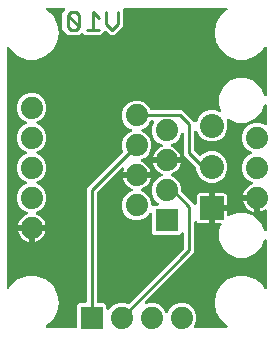
<source format=gbr>
G04 EAGLE Gerber RS-274X export*
G75*
%MOMM*%
%FSLAX34Y34*%
%LPD*%
%INBottom Copper*%
%IPPOS*%
%AMOC8*
5,1,8,0,0,1.08239X$1,22.5*%
G01*
%ADD10C,0.279400*%
%ADD11C,1.879600*%
%ADD12R,1.879600X1.879600*%
%ADD13R,2.032000X2.032000*%
%ADD14C,2.032000*%
%ADD15C,1.016000*%
%ADD16C,0.254000*%

G36*
X62602Y4080D02*
X62602Y4080D01*
X62721Y4087D01*
X62759Y4100D01*
X62800Y4105D01*
X62910Y4148D01*
X63023Y4185D01*
X63058Y4207D01*
X63095Y4222D01*
X63191Y4291D01*
X63292Y4355D01*
X63320Y4385D01*
X63353Y4408D01*
X63429Y4500D01*
X63510Y4587D01*
X63530Y4622D01*
X63555Y4653D01*
X63606Y4761D01*
X63664Y4865D01*
X63674Y4905D01*
X63691Y4941D01*
X63713Y5058D01*
X63743Y5173D01*
X63747Y5233D01*
X63751Y5253D01*
X63749Y5274D01*
X63753Y5334D01*
X63753Y23361D01*
X65539Y25147D01*
X70612Y25147D01*
X70730Y25162D01*
X70849Y25169D01*
X70887Y25182D01*
X70928Y25187D01*
X71038Y25230D01*
X71151Y25267D01*
X71186Y25289D01*
X71223Y25304D01*
X71319Y25373D01*
X71420Y25437D01*
X71448Y25467D01*
X71481Y25490D01*
X71557Y25582D01*
X71638Y25669D01*
X71658Y25704D01*
X71683Y25735D01*
X71734Y25843D01*
X71792Y25947D01*
X71802Y25987D01*
X71819Y26023D01*
X71841Y26140D01*
X71871Y26255D01*
X71875Y26315D01*
X71879Y26335D01*
X71877Y26356D01*
X71881Y26416D01*
X71881Y122439D01*
X102385Y152943D01*
X102403Y152966D01*
X102426Y152985D01*
X102493Y153081D01*
X102555Y153156D01*
X102562Y153171D01*
X102580Y153194D01*
X102592Y153221D01*
X102609Y153245D01*
X102655Y153367D01*
X102660Y153378D01*
X102691Y153443D01*
X102693Y153454D01*
X102706Y153486D01*
X102711Y153515D01*
X102721Y153543D01*
X102736Y153672D01*
X102744Y153723D01*
X102750Y153756D01*
X102750Y153761D01*
X102756Y153800D01*
X102753Y153829D01*
X102757Y153859D01*
X102739Y153987D01*
X102731Y154072D01*
X102731Y154073D01*
X102730Y154073D01*
X102726Y154117D01*
X102716Y154144D01*
X102712Y154174D01*
X102660Y154326D01*
X101853Y156274D01*
X101853Y161226D01*
X103748Y165800D01*
X107250Y169302D01*
X109605Y170277D01*
X109725Y170346D01*
X109848Y170411D01*
X109863Y170425D01*
X109881Y170435D01*
X109981Y170532D01*
X110084Y170625D01*
X110095Y170642D01*
X110109Y170656D01*
X110182Y170775D01*
X110258Y170891D01*
X110265Y170910D01*
X110276Y170927D01*
X110316Y171060D01*
X110362Y171192D01*
X110363Y171212D01*
X110369Y171231D01*
X110376Y171370D01*
X110387Y171509D01*
X110383Y171529D01*
X110384Y171549D01*
X110356Y171685D01*
X110332Y171822D01*
X110324Y171841D01*
X110320Y171860D01*
X110259Y171986D01*
X110202Y172112D01*
X110189Y172128D01*
X110180Y172146D01*
X110090Y172252D01*
X110003Y172360D01*
X109987Y172373D01*
X109974Y172388D01*
X109860Y172468D01*
X109749Y172552D01*
X109724Y172564D01*
X109714Y172571D01*
X109695Y172578D01*
X109605Y172623D01*
X107250Y173598D01*
X103748Y177100D01*
X101853Y181674D01*
X101853Y186626D01*
X103748Y191200D01*
X107250Y194702D01*
X111824Y196597D01*
X116776Y196597D01*
X121350Y194702D01*
X124852Y191200D01*
X125659Y189252D01*
X125673Y189227D01*
X125683Y189199D01*
X125752Y189089D01*
X125816Y188976D01*
X125837Y188955D01*
X125853Y188930D01*
X125947Y188841D01*
X126038Y188748D01*
X126063Y188732D01*
X126084Y188712D01*
X126198Y188649D01*
X126309Y188581D01*
X126337Y188573D01*
X126363Y188558D01*
X126489Y188526D01*
X126613Y188488D01*
X126642Y188486D01*
X126671Y188479D01*
X126831Y188469D01*
X152919Y188469D01*
X155820Y185567D01*
X162885Y178503D01*
X162924Y178473D01*
X162957Y178436D01*
X163049Y178376D01*
X163136Y178308D01*
X163182Y178288D01*
X163223Y178261D01*
X163327Y178225D01*
X163428Y178182D01*
X163477Y178174D01*
X163524Y178158D01*
X163633Y178149D01*
X163742Y178132D01*
X163791Y178137D01*
X163841Y178133D01*
X163949Y178151D01*
X164058Y178162D01*
X164105Y178179D01*
X164154Y178187D01*
X164254Y178232D01*
X164358Y178269D01*
X164399Y178297D01*
X164444Y178318D01*
X164530Y178386D01*
X164621Y178448D01*
X164654Y178485D01*
X164693Y178516D01*
X164759Y178604D01*
X164831Y178686D01*
X164854Y178731D01*
X164884Y178770D01*
X164955Y178915D01*
X166602Y182892D01*
X170318Y186608D01*
X175173Y188619D01*
X180427Y188619D01*
X184313Y187009D01*
X184447Y186973D01*
X184580Y186932D01*
X184600Y186931D01*
X184619Y186925D01*
X184759Y186923D01*
X184897Y186917D01*
X184917Y186921D01*
X184937Y186920D01*
X185073Y186953D01*
X185209Y186981D01*
X185227Y186990D01*
X185247Y186995D01*
X185369Y187060D01*
X185494Y187121D01*
X185510Y187134D01*
X185528Y187143D01*
X185631Y187237D01*
X185736Y187327D01*
X185748Y187344D01*
X185763Y187357D01*
X185839Y187473D01*
X185920Y187587D01*
X185927Y187606D01*
X185938Y187623D01*
X185983Y187754D01*
X186032Y187884D01*
X186034Y187905D01*
X186041Y187924D01*
X186052Y188062D01*
X186067Y188201D01*
X186065Y188221D01*
X186066Y188241D01*
X186042Y188378D01*
X186023Y188515D01*
X186014Y188542D01*
X186012Y188554D01*
X186003Y188573D01*
X185971Y188668D01*
X184151Y193061D01*
X184151Y200639D01*
X187051Y207640D01*
X192410Y212999D01*
X199411Y215899D01*
X206989Y215899D01*
X213990Y212999D01*
X219349Y207640D01*
X222093Y201014D01*
X222128Y200953D01*
X222154Y200889D01*
X222206Y200816D01*
X222251Y200738D01*
X222299Y200688D01*
X222340Y200631D01*
X222410Y200574D01*
X222472Y200509D01*
X222532Y200473D01*
X222585Y200428D01*
X222667Y200390D01*
X222743Y200343D01*
X222810Y200323D01*
X222873Y200293D01*
X222961Y200276D01*
X223047Y200249D01*
X223117Y200246D01*
X223186Y200233D01*
X223275Y200239D01*
X223365Y200234D01*
X223433Y200248D01*
X223503Y200253D01*
X223588Y200280D01*
X223676Y200299D01*
X223739Y200329D01*
X223805Y200351D01*
X223881Y200399D01*
X223962Y200438D01*
X224015Y200484D01*
X224074Y200521D01*
X224136Y200586D01*
X224204Y200645D01*
X224244Y200702D01*
X224292Y200753D01*
X224335Y200831D01*
X224387Y200905D01*
X224412Y200970D01*
X224446Y201031D01*
X224468Y201118D01*
X224500Y201202D01*
X224508Y201272D01*
X224525Y201339D01*
X224535Y201500D01*
X224535Y241003D01*
X224517Y241148D01*
X224502Y241293D01*
X224497Y241306D01*
X224495Y241319D01*
X224442Y241454D01*
X224391Y241591D01*
X224383Y241602D01*
X224378Y241615D01*
X224293Y241732D01*
X224210Y241852D01*
X224199Y241861D01*
X224192Y241872D01*
X224080Y241965D01*
X223969Y242060D01*
X223957Y242066D01*
X223947Y242075D01*
X223815Y242137D01*
X223684Y242202D01*
X223671Y242205D01*
X223659Y242210D01*
X223517Y242238D01*
X223373Y242268D01*
X223360Y242268D01*
X223347Y242270D01*
X223202Y242261D01*
X223056Y242255D01*
X223042Y242251D01*
X223029Y242250D01*
X222891Y242206D01*
X222751Y242163D01*
X222739Y242156D01*
X222727Y242152D01*
X222604Y242075D01*
X222479Y241999D01*
X222469Y241989D01*
X222458Y241982D01*
X222358Y241876D01*
X222256Y241772D01*
X222246Y241757D01*
X222240Y241751D01*
X222232Y241736D01*
X222167Y241638D01*
X220785Y239245D01*
X214678Y234120D01*
X207186Y231393D01*
X199214Y231393D01*
X191722Y234120D01*
X185615Y239244D01*
X181629Y246149D01*
X180245Y254000D01*
X181629Y261851D01*
X185615Y268755D01*
X190785Y273094D01*
X190809Y273120D01*
X190838Y273140D01*
X190917Y273236D01*
X191001Y273327D01*
X191018Y273358D01*
X191041Y273385D01*
X191094Y273498D01*
X191153Y273607D01*
X191161Y273641D01*
X191176Y273673D01*
X191199Y273795D01*
X191230Y273915D01*
X191229Y273951D01*
X191236Y273986D01*
X191228Y274109D01*
X191227Y274233D01*
X191218Y274268D01*
X191216Y274303D01*
X191178Y274421D01*
X191146Y274541D01*
X191129Y274572D01*
X191118Y274605D01*
X191052Y274710D01*
X190991Y274819D01*
X190967Y274844D01*
X190948Y274874D01*
X190858Y274959D01*
X190772Y275049D01*
X190742Y275068D01*
X190716Y275092D01*
X190608Y275152D01*
X190503Y275218D01*
X190469Y275229D01*
X190438Y275246D01*
X190318Y275277D01*
X190200Y275314D01*
X190164Y275316D01*
X190130Y275325D01*
X189969Y275335D01*
X104200Y275335D01*
X104061Y275318D01*
X103923Y275305D01*
X103904Y275298D01*
X103884Y275295D01*
X103754Y275244D01*
X103624Y275197D01*
X103607Y275186D01*
X103589Y275178D01*
X103476Y275097D01*
X103361Y275018D01*
X103347Y275003D01*
X103331Y274992D01*
X103242Y274884D01*
X103150Y274780D01*
X103141Y274762D01*
X103128Y274747D01*
X103069Y274621D01*
X103006Y274496D01*
X103001Y274477D01*
X102993Y274459D01*
X102967Y274323D01*
X102936Y274186D01*
X102937Y274166D01*
X102933Y274147D01*
X102942Y274008D01*
X102946Y273868D01*
X102952Y273849D01*
X102953Y273829D01*
X102963Y273796D01*
X102963Y259825D01*
X95360Y252221D01*
X91677Y252221D01*
X88730Y255168D01*
X88635Y255241D01*
X88546Y255320D01*
X88510Y255338D01*
X88478Y255363D01*
X88369Y255411D01*
X88263Y255465D01*
X88224Y255473D01*
X88187Y255490D01*
X88069Y255508D01*
X87953Y255534D01*
X87912Y255533D01*
X87872Y255539D01*
X87754Y255528D01*
X87635Y255525D01*
X87596Y255513D01*
X87556Y255510D01*
X87444Y255469D01*
X87329Y255436D01*
X87295Y255416D01*
X87257Y255402D01*
X87158Y255335D01*
X87056Y255275D01*
X87010Y255235D01*
X86993Y255223D01*
X86980Y255208D01*
X86935Y255168D01*
X83988Y252221D01*
X70306Y252221D01*
X68608Y253918D01*
X68514Y253991D01*
X68425Y254070D01*
X68389Y254088D01*
X68357Y254113D01*
X68248Y254161D01*
X68142Y254215D01*
X68102Y254224D01*
X68065Y254240D01*
X67948Y254258D01*
X67832Y254284D01*
X67791Y254283D01*
X67751Y254290D01*
X67633Y254278D01*
X67514Y254275D01*
X67475Y254263D01*
X67435Y254260D01*
X67322Y254219D01*
X67208Y254186D01*
X67173Y254166D01*
X67135Y254152D01*
X67037Y254085D01*
X66934Y254025D01*
X66889Y253985D01*
X66872Y253974D01*
X66859Y253958D01*
X66813Y253918D01*
X65116Y252221D01*
X56434Y252221D01*
X51330Y257325D01*
X51330Y271007D01*
X53049Y272726D01*
X53458Y273136D01*
X53490Y273168D01*
X53560Y273258D01*
X53586Y273286D01*
X53594Y273301D01*
X53665Y273385D01*
X53673Y273404D01*
X53685Y273419D01*
X53741Y273547D01*
X53800Y273673D01*
X53804Y273693D01*
X53812Y273711D01*
X53834Y273849D01*
X53860Y273986D01*
X53859Y274005D01*
X53862Y274025D01*
X53849Y274164D01*
X53840Y274303D01*
X53834Y274322D01*
X53832Y274342D01*
X53785Y274473D01*
X53742Y274605D01*
X53732Y274622D01*
X53725Y274641D01*
X53647Y274756D01*
X53572Y274874D01*
X53557Y274888D01*
X53546Y274904D01*
X53442Y274996D01*
X53340Y275092D01*
X53323Y275102D01*
X53308Y275115D01*
X53184Y275178D01*
X53062Y275246D01*
X53043Y275251D01*
X53025Y275260D01*
X52888Y275290D01*
X52754Y275325D01*
X52726Y275327D01*
X52714Y275329D01*
X52694Y275329D01*
X52593Y275335D01*
X38631Y275335D01*
X38595Y275331D01*
X38560Y275333D01*
X38438Y275311D01*
X38315Y275295D01*
X38282Y275282D01*
X38247Y275276D01*
X38135Y275224D01*
X38019Y275178D01*
X37991Y275158D01*
X37959Y275143D01*
X37862Y275064D01*
X37762Y274992D01*
X37739Y274964D01*
X37712Y274942D01*
X37639Y274842D01*
X37559Y274747D01*
X37544Y274715D01*
X37523Y274686D01*
X37477Y274571D01*
X37424Y274459D01*
X37417Y274424D01*
X37404Y274391D01*
X37387Y274268D01*
X37364Y274147D01*
X37366Y274111D01*
X37361Y274076D01*
X37376Y273953D01*
X37384Y273829D01*
X37395Y273795D01*
X37399Y273760D01*
X37444Y273644D01*
X37482Y273527D01*
X37501Y273497D01*
X37513Y273464D01*
X37586Y273363D01*
X37652Y273258D01*
X37678Y273234D01*
X37698Y273205D01*
X37815Y273094D01*
X42985Y268756D01*
X46971Y261851D01*
X48355Y254000D01*
X46971Y246149D01*
X42985Y239245D01*
X36878Y234120D01*
X29386Y231393D01*
X21414Y231393D01*
X13922Y234120D01*
X7815Y239244D01*
X6433Y241638D01*
X6345Y241754D01*
X6260Y241872D01*
X6249Y241881D01*
X6241Y241891D01*
X6127Y241982D01*
X6015Y242075D01*
X6002Y242081D01*
X5992Y242089D01*
X5858Y242149D01*
X5727Y242210D01*
X5714Y242213D01*
X5701Y242218D01*
X5557Y242243D01*
X5414Y242270D01*
X5401Y242269D01*
X5388Y242272D01*
X5242Y242259D01*
X5097Y242250D01*
X5084Y242246D01*
X5071Y242245D01*
X4933Y242197D01*
X4795Y242152D01*
X4783Y242145D01*
X4770Y242141D01*
X4649Y242060D01*
X4526Y241982D01*
X4517Y241972D01*
X4505Y241965D01*
X4408Y241857D01*
X4308Y241751D01*
X4301Y241739D01*
X4292Y241729D01*
X4225Y241599D01*
X4154Y241472D01*
X4151Y241459D01*
X4145Y241447D01*
X4111Y241305D01*
X4075Y241164D01*
X4074Y241146D01*
X4072Y241137D01*
X4072Y241120D01*
X4065Y241003D01*
X4065Y38397D01*
X4083Y38252D01*
X4098Y38107D01*
X4103Y38094D01*
X4105Y38081D01*
X4158Y37946D01*
X4209Y37809D01*
X4217Y37798D01*
X4222Y37785D01*
X4307Y37668D01*
X4390Y37548D01*
X4401Y37539D01*
X4408Y37528D01*
X4521Y37435D01*
X4631Y37340D01*
X4643Y37334D01*
X4653Y37325D01*
X4785Y37263D01*
X4916Y37198D01*
X4929Y37195D01*
X4941Y37190D01*
X5083Y37162D01*
X5227Y37132D01*
X5240Y37132D01*
X5253Y37130D01*
X5398Y37139D01*
X5544Y37145D01*
X5558Y37149D01*
X5571Y37150D01*
X5709Y37194D01*
X5849Y37237D01*
X5861Y37244D01*
X5873Y37248D01*
X5996Y37325D01*
X6121Y37401D01*
X6131Y37411D01*
X6142Y37418D01*
X6242Y37524D01*
X6344Y37628D01*
X6354Y37643D01*
X6360Y37649D01*
X6368Y37664D01*
X6433Y37762D01*
X7815Y40155D01*
X13922Y45280D01*
X21414Y48007D01*
X29386Y48007D01*
X36878Y45280D01*
X42985Y40156D01*
X46971Y33251D01*
X48355Y25400D01*
X46971Y17549D01*
X42985Y10645D01*
X37815Y6306D01*
X37791Y6280D01*
X37762Y6260D01*
X37683Y6164D01*
X37599Y6073D01*
X37582Y6042D01*
X37559Y6015D01*
X37506Y5902D01*
X37447Y5793D01*
X37439Y5759D01*
X37424Y5727D01*
X37401Y5605D01*
X37370Y5485D01*
X37371Y5449D01*
X37364Y5414D01*
X37372Y5291D01*
X37373Y5167D01*
X37382Y5132D01*
X37384Y5097D01*
X37422Y4979D01*
X37454Y4859D01*
X37471Y4828D01*
X37482Y4795D01*
X37548Y4690D01*
X37609Y4581D01*
X37633Y4556D01*
X37652Y4526D01*
X37742Y4441D01*
X37828Y4351D01*
X37858Y4332D01*
X37884Y4308D01*
X37992Y4248D01*
X38097Y4182D01*
X38131Y4171D01*
X38162Y4154D01*
X38282Y4123D01*
X38400Y4086D01*
X38436Y4084D01*
X38470Y4075D01*
X38631Y4065D01*
X62484Y4065D01*
X62602Y4080D01*
G37*
G36*
X190005Y4069D02*
X190005Y4069D01*
X190040Y4067D01*
X190162Y4089D01*
X190285Y4105D01*
X190318Y4118D01*
X190353Y4124D01*
X190465Y4176D01*
X190581Y4222D01*
X190609Y4242D01*
X190641Y4257D01*
X190738Y4336D01*
X190838Y4408D01*
X190861Y4436D01*
X190888Y4458D01*
X190961Y4558D01*
X191041Y4653D01*
X191056Y4685D01*
X191077Y4714D01*
X191123Y4829D01*
X191176Y4941D01*
X191183Y4976D01*
X191196Y5009D01*
X191213Y5132D01*
X191236Y5253D01*
X191234Y5289D01*
X191239Y5324D01*
X191224Y5447D01*
X191216Y5571D01*
X191205Y5605D01*
X191201Y5640D01*
X191156Y5755D01*
X191118Y5873D01*
X191099Y5903D01*
X191087Y5936D01*
X191015Y6037D01*
X190948Y6142D01*
X190922Y6166D01*
X190902Y6195D01*
X190785Y6306D01*
X185615Y10644D01*
X181629Y17549D01*
X180245Y25400D01*
X181629Y33251D01*
X185615Y40155D01*
X191722Y45280D01*
X199214Y48007D01*
X207186Y48007D01*
X214678Y45280D01*
X220785Y40156D01*
X222167Y37762D01*
X222255Y37646D01*
X222340Y37528D01*
X222351Y37519D01*
X222359Y37509D01*
X222473Y37418D01*
X222585Y37325D01*
X222598Y37319D01*
X222608Y37311D01*
X222742Y37251D01*
X222873Y37190D01*
X222886Y37187D01*
X222899Y37182D01*
X223043Y37157D01*
X223186Y37130D01*
X223199Y37131D01*
X223212Y37128D01*
X223358Y37141D01*
X223503Y37150D01*
X223516Y37154D01*
X223529Y37155D01*
X223667Y37203D01*
X223805Y37248D01*
X223817Y37255D01*
X223830Y37259D01*
X223951Y37340D01*
X224074Y37418D01*
X224083Y37428D01*
X224095Y37435D01*
X224192Y37543D01*
X224292Y37649D01*
X224299Y37661D01*
X224308Y37671D01*
X224375Y37801D01*
X224446Y37928D01*
X224449Y37941D01*
X224455Y37953D01*
X224489Y38095D01*
X224525Y38236D01*
X224526Y38254D01*
X224528Y38263D01*
X224528Y38280D01*
X224535Y38397D01*
X224535Y77900D01*
X224527Y77969D01*
X224528Y78039D01*
X224507Y78127D01*
X224495Y78216D01*
X224470Y78281D01*
X224453Y78349D01*
X224411Y78428D01*
X224378Y78511D01*
X224337Y78568D01*
X224305Y78630D01*
X224244Y78696D01*
X224192Y78769D01*
X224138Y78813D01*
X224091Y78865D01*
X224016Y78914D01*
X223947Y78972D01*
X223883Y79001D01*
X223825Y79040D01*
X223740Y79069D01*
X223659Y79107D01*
X223590Y79120D01*
X223524Y79143D01*
X223435Y79150D01*
X223347Y79167D01*
X223277Y79163D01*
X223207Y79168D01*
X223119Y79153D01*
X223029Y79147D01*
X222963Y79126D01*
X222894Y79114D01*
X222812Y79077D01*
X222727Y79049D01*
X222668Y79012D01*
X222604Y78983D01*
X222534Y78927D01*
X222458Y78879D01*
X222410Y78828D01*
X222356Y78785D01*
X222301Y78713D01*
X222240Y78647D01*
X222206Y78586D01*
X222164Y78530D01*
X222093Y78386D01*
X219349Y71760D01*
X213990Y66401D01*
X206989Y63501D01*
X199411Y63501D01*
X192410Y66401D01*
X187051Y71760D01*
X184151Y78761D01*
X184151Y86339D01*
X186063Y90954D01*
X186076Y91002D01*
X186097Y91047D01*
X186118Y91155D01*
X186147Y91261D01*
X186148Y91311D01*
X186157Y91360D01*
X186150Y91469D01*
X186152Y91579D01*
X186140Y91627D01*
X186137Y91677D01*
X186103Y91781D01*
X186078Y91888D01*
X186055Y91932D01*
X186039Y91979D01*
X185980Y92072D01*
X185929Y92169D01*
X185896Y92206D01*
X185869Y92248D01*
X185789Y92323D01*
X185715Y92405D01*
X185674Y92432D01*
X185637Y92466D01*
X185541Y92519D01*
X185449Y92579D01*
X185402Y92596D01*
X185359Y92620D01*
X185253Y92647D01*
X185149Y92683D01*
X185099Y92687D01*
X185051Y92699D01*
X184890Y92709D01*
X180339Y92709D01*
X180339Y102871D01*
X190501Y102871D01*
X190501Y99808D01*
X190507Y99758D01*
X190505Y99709D01*
X190527Y99601D01*
X190541Y99492D01*
X190559Y99446D01*
X190569Y99397D01*
X190617Y99298D01*
X190658Y99196D01*
X190687Y99156D01*
X190709Y99112D01*
X190780Y99028D01*
X190844Y98939D01*
X190883Y98907D01*
X190915Y98870D01*
X191005Y98806D01*
X191089Y98736D01*
X191134Y98715D01*
X191175Y98686D01*
X191278Y98647D01*
X191377Y98601D01*
X191426Y98591D01*
X191472Y98574D01*
X191582Y98562D01*
X191689Y98541D01*
X191739Y98544D01*
X191788Y98538D01*
X191897Y98554D01*
X192007Y98561D01*
X192054Y98576D01*
X192103Y98583D01*
X192256Y98635D01*
X199411Y101599D01*
X206989Y101599D01*
X213990Y98699D01*
X219349Y93340D01*
X222093Y86714D01*
X222128Y86653D01*
X222154Y86589D01*
X222206Y86516D01*
X222251Y86438D01*
X222299Y86388D01*
X222340Y86331D01*
X222410Y86274D01*
X222472Y86209D01*
X222532Y86173D01*
X222585Y86128D01*
X222667Y86090D01*
X222743Y86043D01*
X222810Y86023D01*
X222873Y85993D01*
X222961Y85976D01*
X223047Y85950D01*
X223117Y85946D01*
X223186Y85933D01*
X223275Y85939D01*
X223365Y85934D01*
X223433Y85948D01*
X223503Y85953D01*
X223588Y85980D01*
X223676Y85999D01*
X223739Y86029D01*
X223805Y86051D01*
X223881Y86099D01*
X223962Y86138D01*
X224015Y86184D01*
X224074Y86221D01*
X224136Y86286D01*
X224204Y86345D01*
X224244Y86402D01*
X224292Y86453D01*
X224335Y86531D01*
X224387Y86605D01*
X224412Y86670D01*
X224446Y86731D01*
X224468Y86818D01*
X224500Y86902D01*
X224508Y86972D01*
X224525Y87039D01*
X224535Y87200D01*
X224535Y103326D01*
X224530Y103365D01*
X224533Y103405D01*
X224510Y103523D01*
X224495Y103641D01*
X224481Y103678D01*
X224473Y103717D01*
X224422Y103826D01*
X224378Y103937D01*
X224355Y103969D01*
X224338Y104005D01*
X224262Y104097D01*
X224192Y104194D01*
X224161Y104220D01*
X224136Y104250D01*
X224039Y104321D01*
X223947Y104397D01*
X223911Y104414D01*
X223878Y104438D01*
X223767Y104482D01*
X223659Y104533D01*
X223620Y104540D01*
X223583Y104555D01*
X223464Y104570D01*
X223347Y104592D01*
X223307Y104590D01*
X223267Y104595D01*
X223148Y104580D01*
X223029Y104573D01*
X222991Y104560D01*
X222952Y104555D01*
X222840Y104512D01*
X222727Y104475D01*
X222693Y104453D01*
X222656Y104439D01*
X222520Y104353D01*
X222157Y104089D01*
X220483Y103236D01*
X218696Y102655D01*
X218439Y102615D01*
X218439Y113030D01*
X218424Y113148D01*
X218417Y113267D01*
X218404Y113305D01*
X218399Y113345D01*
X218356Y113456D01*
X218319Y113569D01*
X218297Y113603D01*
X218282Y113641D01*
X218212Y113737D01*
X218149Y113838D01*
X218119Y113866D01*
X218095Y113898D01*
X218004Y113974D01*
X217917Y114056D01*
X217882Y114075D01*
X217851Y114101D01*
X217743Y114152D01*
X217639Y114209D01*
X217599Y114220D01*
X217563Y114237D01*
X217446Y114259D01*
X217331Y114289D01*
X217270Y114293D01*
X217250Y114297D01*
X217230Y114295D01*
X217170Y114299D01*
X215899Y114299D01*
X215899Y115570D01*
X215884Y115688D01*
X215877Y115807D01*
X215864Y115845D01*
X215859Y115885D01*
X215815Y115996D01*
X215779Y116109D01*
X215757Y116144D01*
X215742Y116181D01*
X215672Y116277D01*
X215609Y116378D01*
X215579Y116406D01*
X215555Y116439D01*
X215464Y116514D01*
X215377Y116596D01*
X215342Y116616D01*
X215310Y116641D01*
X215203Y116692D01*
X215098Y116750D01*
X215059Y116760D01*
X215023Y116777D01*
X214906Y116799D01*
X214791Y116829D01*
X214730Y116833D01*
X214710Y116837D01*
X214690Y116835D01*
X214630Y116839D01*
X204215Y116839D01*
X204255Y117096D01*
X204836Y118883D01*
X205689Y120557D01*
X206794Y122078D01*
X208122Y123406D01*
X209643Y124511D01*
X211317Y125364D01*
X211782Y125515D01*
X211809Y125528D01*
X211838Y125535D01*
X211952Y125595D01*
X212070Y125650D01*
X212093Y125669D01*
X212119Y125683D01*
X212215Y125770D01*
X212315Y125853D01*
X212332Y125877D01*
X212354Y125897D01*
X212426Y126006D01*
X212502Y126110D01*
X212513Y126138D01*
X212529Y126163D01*
X212571Y126286D01*
X212619Y126406D01*
X212623Y126436D01*
X212632Y126464D01*
X212643Y126593D01*
X212659Y126721D01*
X212655Y126751D01*
X212658Y126781D01*
X212635Y126909D01*
X212619Y127037D01*
X212608Y127065D01*
X212603Y127094D01*
X212550Y127212D01*
X212502Y127333D01*
X212485Y127357D01*
X212473Y127384D01*
X212392Y127485D01*
X212316Y127590D01*
X212293Y127609D01*
X212274Y127633D01*
X212170Y127711D01*
X212071Y127793D01*
X212044Y127806D01*
X212020Y127824D01*
X211875Y127895D01*
X208850Y129148D01*
X205348Y132650D01*
X203453Y137224D01*
X203453Y142176D01*
X205348Y146750D01*
X208849Y150252D01*
X211205Y151227D01*
X211326Y151296D01*
X211448Y151361D01*
X211463Y151375D01*
X211481Y151385D01*
X211581Y151482D01*
X211684Y151575D01*
X211695Y151592D01*
X211709Y151606D01*
X211782Y151724D01*
X211858Y151841D01*
X211865Y151860D01*
X211876Y151877D01*
X211916Y152010D01*
X211962Y152142D01*
X211963Y152162D01*
X211969Y152181D01*
X211976Y152320D01*
X211987Y152459D01*
X211983Y152479D01*
X211984Y152499D01*
X211956Y152635D01*
X211932Y152772D01*
X211924Y152791D01*
X211920Y152810D01*
X211859Y152935D01*
X211802Y153062D01*
X211789Y153078D01*
X211780Y153096D01*
X211690Y153202D01*
X211603Y153310D01*
X211587Y153323D01*
X211574Y153338D01*
X211460Y153418D01*
X211349Y153502D01*
X211324Y153514D01*
X211314Y153521D01*
X211295Y153528D01*
X211205Y153573D01*
X208850Y154548D01*
X205348Y158050D01*
X203453Y162624D01*
X203453Y167576D01*
X205348Y172150D01*
X208850Y175652D01*
X213424Y177547D01*
X218376Y177547D01*
X222780Y175722D01*
X222828Y175709D01*
X222873Y175688D01*
X222981Y175667D01*
X223087Y175638D01*
X223137Y175638D01*
X223186Y175628D01*
X223295Y175635D01*
X223405Y175633D01*
X223453Y175645D01*
X223503Y175648D01*
X223607Y175682D01*
X223714Y175707D01*
X223758Y175731D01*
X223805Y175746D01*
X223898Y175805D01*
X223995Y175856D01*
X224032Y175890D01*
X224074Y175916D01*
X224149Y175996D01*
X224231Y176070D01*
X224258Y176112D01*
X224292Y176148D01*
X224345Y176244D01*
X224405Y176336D01*
X224422Y176383D01*
X224446Y176426D01*
X224473Y176533D01*
X224509Y176637D01*
X224513Y176686D01*
X224525Y176734D01*
X224535Y176895D01*
X224535Y192200D01*
X224527Y192269D01*
X224528Y192339D01*
X224507Y192427D01*
X224495Y192516D01*
X224470Y192581D01*
X224453Y192649D01*
X224411Y192728D01*
X224378Y192811D01*
X224337Y192868D01*
X224305Y192930D01*
X224244Y192996D01*
X224192Y193069D01*
X224138Y193113D01*
X224091Y193165D01*
X224016Y193214D01*
X223947Y193272D01*
X223883Y193301D01*
X223825Y193340D01*
X223740Y193369D01*
X223659Y193407D01*
X223590Y193420D01*
X223524Y193443D01*
X223435Y193450D01*
X223347Y193467D01*
X223277Y193463D01*
X223207Y193468D01*
X223119Y193453D01*
X223029Y193447D01*
X222963Y193426D01*
X222894Y193414D01*
X222812Y193377D01*
X222727Y193349D01*
X222668Y193312D01*
X222604Y193283D01*
X222534Y193227D01*
X222458Y193179D01*
X222410Y193128D01*
X222356Y193085D01*
X222301Y193013D01*
X222240Y192947D01*
X222206Y192886D01*
X222164Y192831D01*
X222093Y192686D01*
X219349Y186060D01*
X213990Y180701D01*
X206989Y177801D01*
X199411Y177801D01*
X192218Y180781D01*
X192084Y180818D01*
X191951Y180858D01*
X191930Y180859D01*
X191911Y180865D01*
X191771Y180867D01*
X191633Y180874D01*
X191613Y180870D01*
X191593Y180870D01*
X191457Y180837D01*
X191322Y180809D01*
X191303Y180800D01*
X191284Y180796D01*
X191161Y180731D01*
X191036Y180670D01*
X191020Y180656D01*
X191003Y180647D01*
X190900Y180554D01*
X190794Y180463D01*
X190782Y180447D01*
X190767Y180433D01*
X190691Y180317D01*
X190611Y180203D01*
X190604Y180184D01*
X190592Y180167D01*
X190547Y180036D01*
X190498Y179906D01*
X190496Y179886D01*
X190489Y179867D01*
X190478Y179728D01*
X190463Y179590D01*
X190466Y179570D01*
X190464Y179550D01*
X190488Y179412D01*
X190507Y179275D01*
X190516Y179248D01*
X190518Y179236D01*
X190527Y179217D01*
X190559Y179123D01*
X191009Y178037D01*
X191009Y172783D01*
X188998Y167928D01*
X185282Y164212D01*
X180427Y162201D01*
X175173Y162201D01*
X170318Y164212D01*
X166602Y167928D01*
X165511Y170563D01*
X165476Y170624D01*
X165450Y170689D01*
X165398Y170761D01*
X165353Y170839D01*
X165305Y170890D01*
X165264Y170946D01*
X165194Y171003D01*
X165132Y171068D01*
X165072Y171104D01*
X165019Y171149D01*
X164937Y171187D01*
X164861Y171234D01*
X164794Y171255D01*
X164731Y171284D01*
X164643Y171301D01*
X164557Y171328D01*
X164487Y171331D01*
X164418Y171344D01*
X164329Y171339D01*
X164239Y171343D01*
X164171Y171329D01*
X164101Y171324D01*
X164016Y171297D01*
X163928Y171279D01*
X163865Y171248D01*
X163799Y171226D01*
X163723Y171178D01*
X163642Y171139D01*
X163589Y171094D01*
X163530Y171056D01*
X163468Y170991D01*
X163400Y170932D01*
X163360Y170875D01*
X163312Y170825D01*
X163269Y170746D01*
X163217Y170672D01*
X163192Y170607D01*
X163158Y170546D01*
X163136Y170459D01*
X163104Y170375D01*
X163096Y170306D01*
X163079Y170238D01*
X163069Y170077D01*
X163069Y154715D01*
X163081Y154616D01*
X163084Y154517D01*
X163101Y154459D01*
X163109Y154399D01*
X163145Y154307D01*
X163173Y154212D01*
X163203Y154160D01*
X163226Y154103D01*
X163284Y154023D01*
X163334Y153938D01*
X163400Y153863D01*
X163412Y153846D01*
X163422Y153838D01*
X163440Y153817D01*
X167086Y150171D01*
X167181Y150098D01*
X167270Y150020D01*
X167306Y150001D01*
X167338Y149976D01*
X167447Y149929D01*
X167553Y149875D01*
X167592Y149866D01*
X167629Y149850D01*
X167747Y149831D01*
X167863Y149805D01*
X167904Y149807D01*
X167944Y149800D01*
X168062Y149811D01*
X168181Y149815D01*
X168220Y149826D01*
X168260Y149830D01*
X168372Y149870D01*
X168487Y149903D01*
X168521Y149924D01*
X168559Y149938D01*
X168658Y150005D01*
X168760Y150065D01*
X168806Y150105D01*
X168823Y150116D01*
X168836Y150131D01*
X168881Y150171D01*
X170318Y151608D01*
X175173Y153619D01*
X180427Y153619D01*
X185282Y151608D01*
X188998Y147892D01*
X191009Y143037D01*
X191009Y137783D01*
X188998Y132928D01*
X185282Y129212D01*
X180427Y127201D01*
X175173Y127201D01*
X170318Y129212D01*
X166602Y132928D01*
X164591Y137783D01*
X164591Y139925D01*
X164579Y140024D01*
X164576Y140123D01*
X164559Y140181D01*
X164551Y140241D01*
X164515Y140333D01*
X164487Y140428D01*
X164457Y140480D01*
X164434Y140537D01*
X164376Y140617D01*
X164326Y140702D01*
X164260Y140777D01*
X164248Y140794D01*
X164238Y140802D01*
X164220Y140823D01*
X154431Y150611D01*
X154431Y168109D01*
X154423Y168178D01*
X154424Y168248D01*
X154403Y168335D01*
X154391Y168424D01*
X154366Y168489D01*
X154349Y168557D01*
X154307Y168636D01*
X154274Y168720D01*
X154233Y168776D01*
X154201Y168838D01*
X154140Y168904D01*
X154088Y168977D01*
X154034Y169022D01*
X153987Y169073D01*
X153912Y169123D01*
X153843Y169180D01*
X153779Y169210D01*
X153721Y169248D01*
X153636Y169277D01*
X153555Y169316D01*
X153486Y169329D01*
X153420Y169351D01*
X153331Y169358D01*
X153243Y169375D01*
X153173Y169371D01*
X153103Y169377D01*
X153015Y169361D01*
X152925Y169356D01*
X152859Y169334D01*
X152790Y169322D01*
X152708Y169285D01*
X152623Y169258D01*
X152564Y169220D01*
X152500Y169192D01*
X152430Y169135D01*
X152354Y169087D01*
X152306Y169037D01*
X152252Y168993D01*
X152197Y168921D01*
X152136Y168856D01*
X152102Y168795D01*
X152060Y168739D01*
X151989Y168594D01*
X150252Y164400D01*
X146750Y160898D01*
X143725Y159645D01*
X143699Y159630D01*
X143670Y159621D01*
X143561Y159551D01*
X143448Y159487D01*
X143427Y159466D01*
X143402Y159451D01*
X143313Y159356D01*
X143220Y159266D01*
X143204Y159241D01*
X143184Y159219D01*
X143121Y159105D01*
X143054Y158995D01*
X143045Y158966D01*
X143031Y158940D01*
X142998Y158815D01*
X142960Y158691D01*
X142959Y158661D01*
X142951Y158632D01*
X142951Y158503D01*
X142945Y158373D01*
X142951Y158344D01*
X142951Y158314D01*
X142983Y158189D01*
X143009Y158062D01*
X143022Y158035D01*
X143030Y158006D01*
X143092Y157893D01*
X143149Y157776D01*
X143168Y157753D01*
X143183Y157727D01*
X143271Y157633D01*
X143355Y157534D01*
X143380Y157517D01*
X143400Y157495D01*
X143509Y157426D01*
X143615Y157351D01*
X143643Y157340D01*
X143668Y157324D01*
X143818Y157265D01*
X144283Y157114D01*
X145957Y156261D01*
X147478Y155156D01*
X148806Y153828D01*
X149911Y152307D01*
X150764Y150633D01*
X151345Y148846D01*
X151392Y148549D01*
X140930Y148549D01*
X140812Y148534D01*
X140693Y148527D01*
X140655Y148514D01*
X140615Y148509D01*
X140504Y148466D01*
X140391Y148429D01*
X140357Y148407D01*
X140319Y148392D01*
X140223Y148323D01*
X140122Y148259D01*
X140094Y148229D01*
X140062Y148206D01*
X139986Y148114D01*
X139904Y148027D01*
X139885Y147992D01*
X139859Y147961D01*
X139808Y147853D01*
X139751Y147749D01*
X139741Y147709D01*
X139723Y147673D01*
X139703Y147566D01*
X139699Y147596D01*
X139655Y147706D01*
X139619Y147819D01*
X139597Y147854D01*
X139582Y147891D01*
X139512Y147987D01*
X139449Y148088D01*
X139419Y148116D01*
X139395Y148149D01*
X139304Y148225D01*
X139217Y148306D01*
X139182Y148326D01*
X139150Y148351D01*
X139043Y148402D01*
X138938Y148460D01*
X138899Y148470D01*
X138863Y148487D01*
X138746Y148509D01*
X138630Y148539D01*
X138570Y148543D01*
X138550Y148547D01*
X138530Y148545D01*
X138470Y148549D01*
X128008Y148549D01*
X128055Y148846D01*
X128636Y150633D01*
X129489Y152307D01*
X130594Y153828D01*
X131922Y155156D01*
X133443Y156261D01*
X135117Y157114D01*
X135582Y157265D01*
X135609Y157278D01*
X135638Y157285D01*
X135753Y157345D01*
X135870Y157400D01*
X135893Y157419D01*
X135919Y157433D01*
X136015Y157521D01*
X136115Y157603D01*
X136132Y157627D01*
X136154Y157647D01*
X136225Y157756D01*
X136302Y157860D01*
X136313Y157888D01*
X136329Y157913D01*
X136371Y158035D01*
X136419Y158156D01*
X136423Y158186D01*
X136432Y158214D01*
X136443Y158343D01*
X136459Y158472D01*
X136455Y158501D01*
X136458Y158531D01*
X136435Y158659D01*
X136419Y158787D01*
X136408Y158815D01*
X136403Y158844D01*
X136350Y158962D01*
X136302Y159083D01*
X136285Y159107D01*
X136273Y159134D01*
X136192Y159235D01*
X136116Y159340D01*
X136093Y159359D01*
X136074Y159383D01*
X135971Y159460D01*
X135871Y159543D01*
X135844Y159556D01*
X135820Y159574D01*
X135675Y159645D01*
X132650Y160898D01*
X129148Y164400D01*
X127253Y168974D01*
X127253Y173926D01*
X128972Y178076D01*
X128986Y178124D01*
X129007Y178169D01*
X129027Y178277D01*
X129056Y178383D01*
X129057Y178433D01*
X129067Y178482D01*
X129060Y178591D01*
X129061Y178701D01*
X129050Y178749D01*
X129047Y178799D01*
X129013Y178903D01*
X128987Y179010D01*
X128964Y179054D01*
X128949Y179101D01*
X128890Y179194D01*
X128839Y179291D01*
X128805Y179328D01*
X128779Y179370D01*
X128698Y179445D01*
X128625Y179527D01*
X128583Y179554D01*
X128547Y179588D01*
X128451Y179641D01*
X128359Y179701D01*
X128312Y179718D01*
X128268Y179742D01*
X128162Y179769D01*
X128058Y179805D01*
X128009Y179809D01*
X127961Y179821D01*
X127800Y179831D01*
X126831Y179831D01*
X126802Y179828D01*
X126773Y179830D01*
X126645Y179808D01*
X126516Y179791D01*
X126489Y179781D01*
X126459Y179776D01*
X126341Y179722D01*
X126220Y179674D01*
X126196Y179657D01*
X126169Y179645D01*
X126068Y179564D01*
X125963Y179488D01*
X125944Y179465D01*
X125921Y179446D01*
X125843Y179343D01*
X125760Y179243D01*
X125747Y179216D01*
X125730Y179192D01*
X125659Y179048D01*
X124852Y177100D01*
X121350Y173598D01*
X118995Y172623D01*
X118875Y172554D01*
X118752Y172489D01*
X118737Y172475D01*
X118719Y172465D01*
X118619Y172368D01*
X118516Y172275D01*
X118505Y172258D01*
X118491Y172244D01*
X118418Y172126D01*
X118342Y172009D01*
X118335Y171990D01*
X118324Y171973D01*
X118284Y171840D01*
X118238Y171708D01*
X118237Y171688D01*
X118231Y171669D01*
X118224Y171530D01*
X118213Y171391D01*
X118217Y171371D01*
X118216Y171351D01*
X118244Y171215D01*
X118268Y171078D01*
X118276Y171059D01*
X118280Y171040D01*
X118341Y170915D01*
X118398Y170788D01*
X118411Y170772D01*
X118420Y170754D01*
X118510Y170648D01*
X118597Y170540D01*
X118613Y170527D01*
X118626Y170512D01*
X118740Y170432D01*
X118851Y170348D01*
X118876Y170336D01*
X118886Y170329D01*
X118905Y170322D01*
X118995Y170277D01*
X121350Y169302D01*
X124852Y165800D01*
X126747Y161226D01*
X126747Y156274D01*
X124852Y151700D01*
X121350Y148198D01*
X118325Y146945D01*
X118299Y146930D01*
X118270Y146921D01*
X118161Y146851D01*
X118048Y146787D01*
X118027Y146766D01*
X118002Y146750D01*
X117913Y146656D01*
X117820Y146566D01*
X117804Y146540D01*
X117784Y146519D01*
X117721Y146405D01*
X117654Y146295D01*
X117645Y146266D01*
X117631Y146240D01*
X117598Y146115D01*
X117560Y145991D01*
X117559Y145961D01*
X117551Y145932D01*
X117551Y145802D01*
X117545Y145673D01*
X117551Y145644D01*
X117551Y145614D01*
X117583Y145489D01*
X117609Y145362D01*
X117622Y145335D01*
X117630Y145306D01*
X117692Y145193D01*
X117749Y145076D01*
X117768Y145053D01*
X117783Y145027D01*
X117871Y144933D01*
X117955Y144834D01*
X117980Y144817D01*
X118000Y144795D01*
X118109Y144726D01*
X118215Y144651D01*
X118243Y144640D01*
X118269Y144624D01*
X118418Y144565D01*
X118883Y144414D01*
X120557Y143561D01*
X122078Y142456D01*
X123406Y141128D01*
X124511Y139607D01*
X125364Y137933D01*
X125945Y136146D01*
X125992Y135849D01*
X115530Y135849D01*
X115412Y135834D01*
X115293Y135827D01*
X115255Y135814D01*
X115215Y135809D01*
X115104Y135766D01*
X114991Y135729D01*
X114957Y135707D01*
X114919Y135692D01*
X114823Y135623D01*
X114722Y135559D01*
X114694Y135529D01*
X114662Y135506D01*
X114586Y135414D01*
X114504Y135327D01*
X114485Y135292D01*
X114459Y135261D01*
X114408Y135153D01*
X114351Y135049D01*
X114341Y135009D01*
X114323Y134973D01*
X114303Y134866D01*
X114299Y134896D01*
X114255Y135006D01*
X114219Y135119D01*
X114197Y135154D01*
X114182Y135191D01*
X114112Y135287D01*
X114049Y135388D01*
X114019Y135416D01*
X113995Y135449D01*
X113904Y135525D01*
X113817Y135606D01*
X113782Y135626D01*
X113750Y135651D01*
X113643Y135702D01*
X113538Y135760D01*
X113499Y135770D01*
X113463Y135787D01*
X113346Y135809D01*
X113230Y135839D01*
X113170Y135843D01*
X113150Y135847D01*
X113130Y135845D01*
X113070Y135849D01*
X102608Y135849D01*
X102655Y136146D01*
X103236Y137933D01*
X103385Y138225D01*
X103425Y138337D01*
X103473Y138447D01*
X103479Y138487D01*
X103493Y138524D01*
X103504Y138643D01*
X103523Y138761D01*
X103519Y138801D01*
X103523Y138841D01*
X103504Y138958D01*
X103493Y139078D01*
X103479Y139115D01*
X103473Y139155D01*
X103426Y139264D01*
X103385Y139377D01*
X103363Y139410D01*
X103347Y139447D01*
X103274Y139541D01*
X103207Y139640D01*
X103177Y139667D01*
X103152Y139698D01*
X103058Y139772D01*
X102968Y139851D01*
X102932Y139869D01*
X102901Y139893D01*
X102791Y139941D01*
X102685Y139995D01*
X102646Y140004D01*
X102609Y140020D01*
X102491Y140039D01*
X102375Y140065D01*
X102335Y140064D01*
X102295Y140070D01*
X102176Y140059D01*
X102057Y140055D01*
X102018Y140044D01*
X101978Y140040D01*
X101866Y140000D01*
X101751Y139967D01*
X101717Y139946D01*
X101679Y139933D01*
X101580Y139866D01*
X101477Y139805D01*
X101432Y139766D01*
X101416Y139754D01*
X101402Y139739D01*
X101356Y139699D01*
X80890Y119233D01*
X80830Y119155D01*
X80762Y119082D01*
X80733Y119029D01*
X80696Y118982D01*
X80656Y118891D01*
X80608Y118804D01*
X80593Y118745D01*
X80569Y118690D01*
X80554Y118592D01*
X80529Y118496D01*
X80523Y118396D01*
X80519Y118376D01*
X80521Y118363D01*
X80519Y118335D01*
X80519Y26416D01*
X80534Y26298D01*
X80541Y26179D01*
X80554Y26141D01*
X80559Y26100D01*
X80602Y25990D01*
X80639Y25877D01*
X80661Y25842D01*
X80676Y25805D01*
X80745Y25709D01*
X80809Y25608D01*
X80839Y25580D01*
X80862Y25547D01*
X80954Y25471D01*
X81041Y25390D01*
X81076Y25370D01*
X81107Y25345D01*
X81215Y25294D01*
X81319Y25236D01*
X81359Y25226D01*
X81395Y25209D01*
X81512Y25187D01*
X81627Y25157D01*
X81687Y25153D01*
X81707Y25149D01*
X81728Y25151D01*
X81788Y25147D01*
X86861Y25147D01*
X88647Y23361D01*
X88647Y20334D01*
X88655Y20265D01*
X88654Y20195D01*
X88675Y20107D01*
X88687Y20018D01*
X88712Y19953D01*
X88729Y19885D01*
X88771Y19806D01*
X88804Y19723D01*
X88845Y19666D01*
X88877Y19604D01*
X88938Y19538D01*
X88990Y19465D01*
X89044Y19421D01*
X89091Y19369D01*
X89166Y19320D01*
X89235Y19262D01*
X89299Y19233D01*
X89357Y19194D01*
X89442Y19165D01*
X89523Y19127D01*
X89592Y19114D01*
X89658Y19091D01*
X89747Y19084D01*
X89835Y19067D01*
X89905Y19072D01*
X89975Y19066D01*
X90063Y19081D01*
X90153Y19087D01*
X90219Y19108D01*
X90288Y19120D01*
X90370Y19157D01*
X90455Y19185D01*
X90514Y19222D01*
X90578Y19251D01*
X90648Y19307D01*
X90724Y19355D01*
X90772Y19406D01*
X90827Y19450D01*
X90880Y19521D01*
X90942Y19587D01*
X90976Y19648D01*
X91018Y19704D01*
X91034Y19736D01*
X94550Y23252D01*
X99124Y25147D01*
X104076Y25147D01*
X106024Y24340D01*
X106052Y24332D01*
X106079Y24319D01*
X106206Y24290D01*
X106331Y24256D01*
X106360Y24255D01*
X106389Y24249D01*
X106519Y24253D01*
X106649Y24251D01*
X106677Y24258D01*
X106707Y24259D01*
X106832Y24295D01*
X106958Y24325D01*
X106984Y24339D01*
X107012Y24347D01*
X107124Y24413D01*
X107239Y24474D01*
X107261Y24493D01*
X107286Y24508D01*
X107407Y24615D01*
X154060Y71267D01*
X154120Y71345D01*
X154188Y71418D01*
X154217Y71471D01*
X154254Y71518D01*
X154294Y71609D01*
X154342Y71696D01*
X154357Y71755D01*
X154381Y71810D01*
X154396Y71908D01*
X154421Y72004D01*
X154427Y72104D01*
X154431Y72124D01*
X154429Y72137D01*
X154431Y72165D01*
X154431Y83809D01*
X154414Y83947D01*
X154401Y84086D01*
X154394Y84105D01*
X154391Y84125D01*
X154340Y84254D01*
X154293Y84385D01*
X154282Y84402D01*
X154274Y84421D01*
X154193Y84533D01*
X154115Y84648D01*
X154099Y84662D01*
X154088Y84678D01*
X153980Y84767D01*
X153876Y84859D01*
X153858Y84868D01*
X153843Y84881D01*
X153717Y84940D01*
X153593Y85003D01*
X153573Y85008D01*
X153555Y85016D01*
X153419Y85042D01*
X153283Y85073D01*
X153262Y85072D01*
X153243Y85076D01*
X153104Y85068D01*
X152965Y85063D01*
X152945Y85058D01*
X152925Y85056D01*
X152793Y85014D01*
X152659Y84975D01*
X152642Y84965D01*
X152623Y84958D01*
X152505Y84884D01*
X152385Y84813D01*
X152364Y84795D01*
X152354Y84788D01*
X152340Y84773D01*
X152265Y84707D01*
X150361Y82803D01*
X129039Y82803D01*
X127253Y84589D01*
X127253Y100316D01*
X127245Y100385D01*
X127246Y100455D01*
X127225Y100543D01*
X127213Y100632D01*
X127188Y100697D01*
X127171Y100765D01*
X127129Y100844D01*
X127096Y100927D01*
X127055Y100984D01*
X127023Y101046D01*
X126962Y101112D01*
X126910Y101185D01*
X126856Y101229D01*
X126809Y101281D01*
X126734Y101330D01*
X126665Y101388D01*
X126601Y101417D01*
X126543Y101456D01*
X126458Y101485D01*
X126377Y101523D01*
X126308Y101536D01*
X126242Y101559D01*
X126153Y101566D01*
X126065Y101583D01*
X125995Y101578D01*
X125925Y101584D01*
X125837Y101569D01*
X125747Y101563D01*
X125681Y101542D01*
X125612Y101530D01*
X125530Y101493D01*
X125445Y101465D01*
X125386Y101428D01*
X125322Y101399D01*
X125252Y101343D01*
X125176Y101295D01*
X125128Y101244D01*
X125073Y101200D01*
X125020Y101129D01*
X124958Y101063D01*
X124924Y101002D01*
X124882Y100946D01*
X124866Y100914D01*
X121350Y97398D01*
X116776Y95503D01*
X111824Y95503D01*
X107250Y97398D01*
X103748Y100900D01*
X101853Y105474D01*
X101853Y110426D01*
X103748Y115000D01*
X107250Y118502D01*
X110275Y119755D01*
X110301Y119770D01*
X110330Y119779D01*
X110439Y119849D01*
X110552Y119913D01*
X110573Y119934D01*
X110598Y119950D01*
X110687Y120044D01*
X110780Y120134D01*
X110796Y120160D01*
X110816Y120181D01*
X110879Y120295D01*
X110946Y120405D01*
X110955Y120434D01*
X110969Y120460D01*
X111002Y120585D01*
X111040Y120709D01*
X111041Y120739D01*
X111049Y120768D01*
X111049Y120898D01*
X111055Y121027D01*
X111049Y121056D01*
X111049Y121086D01*
X111017Y121211D01*
X110991Y121338D01*
X110978Y121365D01*
X110970Y121394D01*
X110908Y121507D01*
X110851Y121624D01*
X110832Y121647D01*
X110817Y121673D01*
X110729Y121767D01*
X110645Y121866D01*
X110620Y121883D01*
X110600Y121905D01*
X110491Y121974D01*
X110385Y122049D01*
X110357Y122060D01*
X110331Y122076D01*
X110182Y122135D01*
X109717Y122286D01*
X108043Y123139D01*
X106522Y124244D01*
X105194Y125572D01*
X104089Y127093D01*
X103236Y128767D01*
X102655Y130554D01*
X102608Y130851D01*
X113070Y130851D01*
X113188Y130866D01*
X113307Y130873D01*
X113345Y130885D01*
X113385Y130891D01*
X113496Y130934D01*
X113609Y130971D01*
X113643Y130993D01*
X113681Y131008D01*
X113777Y131077D01*
X113878Y131141D01*
X113906Y131171D01*
X113938Y131194D01*
X114014Y131286D01*
X114096Y131373D01*
X114115Y131408D01*
X114141Y131439D01*
X114192Y131547D01*
X114249Y131651D01*
X114259Y131691D01*
X114277Y131727D01*
X114297Y131834D01*
X114301Y131804D01*
X114345Y131694D01*
X114381Y131581D01*
X114403Y131546D01*
X114418Y131509D01*
X114488Y131412D01*
X114551Y131312D01*
X114581Y131284D01*
X114605Y131251D01*
X114696Y131175D01*
X114783Y131094D01*
X114818Y131074D01*
X114850Y131049D01*
X114957Y130998D01*
X115062Y130940D01*
X115101Y130930D01*
X115137Y130913D01*
X115254Y130891D01*
X115370Y130861D01*
X115430Y130857D01*
X115450Y130853D01*
X115470Y130855D01*
X115530Y130851D01*
X125992Y130851D01*
X125945Y130554D01*
X125364Y128767D01*
X124511Y127093D01*
X123406Y125572D01*
X122078Y124244D01*
X120557Y123139D01*
X118883Y122286D01*
X118418Y122135D01*
X118391Y122122D01*
X118362Y122115D01*
X118248Y122055D01*
X118130Y122000D01*
X118107Y121981D01*
X118081Y121967D01*
X117985Y121880D01*
X117885Y121797D01*
X117868Y121773D01*
X117846Y121753D01*
X117774Y121644D01*
X117698Y121540D01*
X117687Y121512D01*
X117671Y121487D01*
X117629Y121364D01*
X117581Y121244D01*
X117577Y121214D01*
X117568Y121186D01*
X117557Y121057D01*
X117541Y120929D01*
X117545Y120899D01*
X117542Y120869D01*
X117565Y120741D01*
X117581Y120613D01*
X117592Y120585D01*
X117597Y120556D01*
X117650Y120438D01*
X117698Y120317D01*
X117715Y120293D01*
X117727Y120266D01*
X117808Y120165D01*
X117884Y120060D01*
X117907Y120041D01*
X117926Y120017D01*
X118030Y119939D01*
X118129Y119857D01*
X118156Y119844D01*
X118180Y119826D01*
X118325Y119755D01*
X121350Y118502D01*
X124852Y115000D01*
X126747Y110426D01*
X126747Y108469D01*
X126764Y108331D01*
X126777Y108192D01*
X126784Y108173D01*
X126787Y108153D01*
X126838Y108024D01*
X126885Y107893D01*
X126896Y107876D01*
X126904Y107857D01*
X126985Y107745D01*
X127063Y107630D01*
X127079Y107616D01*
X127090Y107600D01*
X127198Y107511D01*
X127302Y107419D01*
X127320Y107410D01*
X127335Y107397D01*
X127461Y107338D01*
X127585Y107275D01*
X127605Y107270D01*
X127623Y107262D01*
X127759Y107236D01*
X127895Y107205D01*
X127916Y107206D01*
X127935Y107202D01*
X128074Y107210D01*
X128213Y107215D01*
X128233Y107220D01*
X128253Y107222D01*
X128385Y107264D01*
X128519Y107303D01*
X128536Y107313D01*
X128555Y107320D01*
X128673Y107394D01*
X128793Y107465D01*
X128814Y107483D01*
X128824Y107490D01*
X128838Y107505D01*
X128914Y107571D01*
X129039Y107697D01*
X132066Y107697D01*
X132135Y107705D01*
X132205Y107704D01*
X132292Y107725D01*
X132382Y107737D01*
X132447Y107762D01*
X132514Y107779D01*
X132594Y107821D01*
X132677Y107854D01*
X132734Y107895D01*
X132796Y107927D01*
X132862Y107988D01*
X132935Y108040D01*
X132979Y108094D01*
X133031Y108141D01*
X133080Y108216D01*
X133137Y108285D01*
X133167Y108349D01*
X133206Y108407D01*
X133235Y108492D01*
X133273Y108573D01*
X133286Y108642D01*
X133309Y108708D01*
X133316Y108797D01*
X133333Y108885D01*
X133328Y108955D01*
X133334Y109025D01*
X133319Y109113D01*
X133313Y109203D01*
X133292Y109269D01*
X133280Y109338D01*
X133243Y109420D01*
X133215Y109505D01*
X133178Y109564D01*
X133149Y109628D01*
X133093Y109698D01*
X133045Y109774D01*
X132994Y109822D01*
X132950Y109876D01*
X132879Y109931D01*
X132813Y109992D01*
X132752Y110026D01*
X132696Y110068D01*
X132664Y110084D01*
X129148Y113600D01*
X127253Y118174D01*
X127253Y123126D01*
X129148Y127700D01*
X132650Y131202D01*
X135675Y132455D01*
X135701Y132470D01*
X135730Y132479D01*
X135839Y132548D01*
X135952Y132613D01*
X135973Y132634D01*
X135998Y132650D01*
X136087Y132744D01*
X136180Y132834D01*
X136196Y132860D01*
X136216Y132881D01*
X136279Y132995D01*
X136346Y133105D01*
X136355Y133134D01*
X136369Y133160D01*
X136402Y133286D01*
X136440Y133409D01*
X136441Y133439D01*
X136449Y133468D01*
X136449Y133598D01*
X136455Y133727D01*
X136449Y133756D01*
X136449Y133786D01*
X136417Y133912D01*
X136391Y134038D01*
X136378Y134065D01*
X136370Y134094D01*
X136308Y134208D01*
X136251Y134324D01*
X136232Y134347D01*
X136217Y134373D01*
X136129Y134468D01*
X136045Y134566D01*
X136020Y134583D01*
X136000Y134605D01*
X135891Y134674D01*
X135785Y134749D01*
X135757Y134760D01*
X135731Y134776D01*
X135582Y134835D01*
X135117Y134986D01*
X133443Y135839D01*
X131922Y136944D01*
X130594Y138272D01*
X129489Y139793D01*
X128636Y141467D01*
X128055Y143254D01*
X128008Y143551D01*
X138470Y143551D01*
X138588Y143566D01*
X138707Y143573D01*
X138745Y143585D01*
X138785Y143591D01*
X138896Y143634D01*
X139009Y143671D01*
X139043Y143693D01*
X139081Y143708D01*
X139177Y143777D01*
X139278Y143841D01*
X139306Y143871D01*
X139338Y143894D01*
X139414Y143986D01*
X139496Y144073D01*
X139515Y144108D01*
X139541Y144139D01*
X139592Y144247D01*
X139649Y144351D01*
X139659Y144391D01*
X139677Y144427D01*
X139697Y144534D01*
X139701Y144504D01*
X139745Y144394D01*
X139781Y144281D01*
X139803Y144246D01*
X139818Y144209D01*
X139888Y144112D01*
X139951Y144012D01*
X139981Y143984D01*
X140005Y143951D01*
X140096Y143875D01*
X140183Y143794D01*
X140218Y143774D01*
X140250Y143749D01*
X140357Y143698D01*
X140462Y143640D01*
X140501Y143630D01*
X140537Y143613D01*
X140654Y143591D01*
X140770Y143561D01*
X140830Y143557D01*
X140850Y143553D01*
X140870Y143555D01*
X140930Y143551D01*
X151392Y143551D01*
X151345Y143254D01*
X150764Y141467D01*
X149911Y139793D01*
X148806Y138272D01*
X147478Y136944D01*
X145957Y135839D01*
X144283Y134986D01*
X143818Y134835D01*
X143791Y134822D01*
X143762Y134815D01*
X143647Y134755D01*
X143530Y134700D01*
X143507Y134681D01*
X143481Y134667D01*
X143385Y134579D01*
X143285Y134497D01*
X143268Y134473D01*
X143246Y134453D01*
X143174Y134344D01*
X143098Y134240D01*
X143087Y134212D01*
X143071Y134187D01*
X143029Y134064D01*
X142981Y133944D01*
X142977Y133914D01*
X142968Y133886D01*
X142957Y133757D01*
X142941Y133629D01*
X142945Y133599D01*
X142942Y133569D01*
X142965Y133441D01*
X142981Y133313D01*
X142992Y133285D01*
X142997Y133256D01*
X143050Y133138D01*
X143098Y133017D01*
X143115Y132993D01*
X143127Y132966D01*
X143208Y132865D01*
X143284Y132760D01*
X143307Y132741D01*
X143326Y132717D01*
X143429Y132640D01*
X143529Y132557D01*
X143556Y132544D01*
X143580Y132526D01*
X143725Y132455D01*
X146750Y131202D01*
X150252Y127700D01*
X152147Y123126D01*
X152147Y119917D01*
X152159Y119818D01*
X152162Y119719D01*
X152179Y119661D01*
X152187Y119601D01*
X152223Y119509D01*
X152251Y119414D01*
X152281Y119362D01*
X152304Y119305D01*
X152362Y119225D01*
X152412Y119140D01*
X152478Y119065D01*
X152490Y119048D01*
X152500Y119040D01*
X152518Y119019D01*
X162933Y108605D01*
X163042Y108520D01*
X163149Y108431D01*
X163168Y108423D01*
X163184Y108410D01*
X163312Y108355D01*
X163437Y108296D01*
X163457Y108292D01*
X163476Y108284D01*
X163614Y108262D01*
X163750Y108236D01*
X163770Y108237D01*
X163790Y108234D01*
X163929Y108247D01*
X164067Y108256D01*
X164086Y108262D01*
X164106Y108264D01*
X164238Y108311D01*
X164369Y108354D01*
X164387Y108365D01*
X164406Y108371D01*
X164521Y108449D01*
X164638Y108524D01*
X164652Y108539D01*
X164669Y108550D01*
X164760Y108654D01*
X164856Y108755D01*
X164866Y108773D01*
X164879Y108788D01*
X164943Y108912D01*
X165010Y109034D01*
X165015Y109054D01*
X165024Y109072D01*
X165054Y109207D01*
X165089Y109342D01*
X165091Y109370D01*
X165094Y109382D01*
X165093Y109402D01*
X165099Y109503D01*
X165099Y115904D01*
X165272Y116551D01*
X165607Y117130D01*
X166080Y117603D01*
X166659Y117938D01*
X167306Y118111D01*
X175261Y118111D01*
X175261Y106680D01*
X175276Y106562D01*
X175283Y106443D01*
X175296Y106405D01*
X175301Y106365D01*
X175344Y106254D01*
X175381Y106141D01*
X175403Y106107D01*
X175418Y106069D01*
X175488Y105973D01*
X175551Y105872D01*
X175581Y105844D01*
X175604Y105812D01*
X175696Y105736D01*
X175783Y105654D01*
X175818Y105635D01*
X175849Y105609D01*
X175957Y105558D01*
X176061Y105501D01*
X176101Y105490D01*
X176137Y105473D01*
X176254Y105451D01*
X176369Y105421D01*
X176430Y105417D01*
X176450Y105413D01*
X176470Y105415D01*
X176530Y105411D01*
X177801Y105411D01*
X177801Y105409D01*
X176530Y105409D01*
X176412Y105394D01*
X176293Y105387D01*
X176255Y105374D01*
X176214Y105369D01*
X176104Y105325D01*
X175991Y105289D01*
X175956Y105267D01*
X175919Y105252D01*
X175823Y105182D01*
X175722Y105119D01*
X175694Y105089D01*
X175661Y105065D01*
X175586Y104974D01*
X175504Y104887D01*
X175484Y104852D01*
X175459Y104820D01*
X175408Y104713D01*
X175350Y104608D01*
X175340Y104569D01*
X175323Y104533D01*
X175301Y104416D01*
X175271Y104301D01*
X175267Y104240D01*
X175263Y104220D01*
X175265Y104200D01*
X175261Y104140D01*
X175261Y92709D01*
X167306Y92709D01*
X166659Y92882D01*
X166080Y93217D01*
X165607Y93690D01*
X165437Y93984D01*
X165349Y94100D01*
X165264Y94218D01*
X165253Y94227D01*
X165245Y94237D01*
X165131Y94328D01*
X165019Y94421D01*
X165006Y94426D01*
X164996Y94435D01*
X164862Y94494D01*
X164731Y94556D01*
X164718Y94559D01*
X164705Y94564D01*
X164561Y94589D01*
X164418Y94616D01*
X164405Y94615D01*
X164392Y94617D01*
X164246Y94605D01*
X164101Y94596D01*
X164088Y94592D01*
X164075Y94591D01*
X163937Y94543D01*
X163799Y94498D01*
X163787Y94491D01*
X163774Y94487D01*
X163653Y94406D01*
X163530Y94328D01*
X163521Y94318D01*
X163509Y94311D01*
X163412Y94203D01*
X163312Y94096D01*
X163305Y94085D01*
X163296Y94075D01*
X163229Y93946D01*
X163158Y93818D01*
X163155Y93805D01*
X163149Y93793D01*
X163115Y93651D01*
X163079Y93510D01*
X163078Y93492D01*
X163076Y93483D01*
X163076Y93466D01*
X163069Y93349D01*
X163069Y68061D01*
X121576Y26569D01*
X121534Y26514D01*
X121483Y26465D01*
X121437Y26389D01*
X121381Y26318D01*
X121354Y26253D01*
X121317Y26194D01*
X121291Y26108D01*
X121255Y26026D01*
X121244Y25957D01*
X121224Y25890D01*
X121219Y25801D01*
X121205Y25712D01*
X121212Y25642D01*
X121209Y25572D01*
X121227Y25485D01*
X121235Y25395D01*
X121259Y25329D01*
X121273Y25261D01*
X121312Y25180D01*
X121343Y25096D01*
X121382Y25038D01*
X121413Y24975D01*
X121471Y24907D01*
X121521Y24833D01*
X121574Y24786D01*
X121619Y24733D01*
X121692Y24682D01*
X121760Y24622D01*
X121822Y24590D01*
X121879Y24550D01*
X121963Y24518D01*
X122043Y24477D01*
X122111Y24462D01*
X122176Y24437D01*
X122266Y24427D01*
X122353Y24408D01*
X122423Y24410D01*
X122492Y24402D01*
X122581Y24415D01*
X122671Y24417D01*
X122738Y24437D01*
X122807Y24447D01*
X122960Y24499D01*
X124524Y25147D01*
X129476Y25147D01*
X134050Y23252D01*
X137552Y19750D01*
X138527Y17395D01*
X138596Y17275D01*
X138661Y17152D01*
X138675Y17137D01*
X138685Y17119D01*
X138782Y17019D01*
X138875Y16916D01*
X138892Y16905D01*
X138906Y16891D01*
X139024Y16818D01*
X139141Y16742D01*
X139160Y16735D01*
X139177Y16724D01*
X139310Y16684D01*
X139442Y16638D01*
X139462Y16637D01*
X139481Y16631D01*
X139620Y16624D01*
X139759Y16613D01*
X139779Y16617D01*
X139799Y16616D01*
X139935Y16644D01*
X140072Y16668D01*
X140091Y16676D01*
X140110Y16680D01*
X140235Y16741D01*
X140362Y16798D01*
X140378Y16811D01*
X140396Y16820D01*
X140502Y16910D01*
X140610Y16997D01*
X140623Y17013D01*
X140638Y17026D01*
X140718Y17140D01*
X140802Y17251D01*
X140814Y17276D01*
X140821Y17286D01*
X140828Y17305D01*
X140873Y17395D01*
X141848Y19750D01*
X145350Y23252D01*
X149924Y25147D01*
X154876Y25147D01*
X159450Y23252D01*
X162952Y19750D01*
X164847Y15176D01*
X164847Y10224D01*
X163022Y5820D01*
X163009Y5772D01*
X162988Y5727D01*
X162967Y5619D01*
X162938Y5513D01*
X162938Y5463D01*
X162928Y5414D01*
X162935Y5305D01*
X162933Y5195D01*
X162945Y5147D01*
X162948Y5097D01*
X162982Y4993D01*
X163007Y4886D01*
X163031Y4842D01*
X163046Y4795D01*
X163105Y4702D01*
X163156Y4605D01*
X163190Y4568D01*
X163216Y4526D01*
X163296Y4451D01*
X163370Y4369D01*
X163412Y4342D01*
X163448Y4308D01*
X163544Y4255D01*
X163636Y4195D01*
X163683Y4178D01*
X163726Y4154D01*
X163833Y4127D01*
X163937Y4091D01*
X163986Y4087D01*
X164034Y4075D01*
X164195Y4065D01*
X189969Y4065D01*
X190005Y4069D01*
G37*
%LPC*%
G36*
X25399Y88899D02*
X25399Y88899D01*
X25399Y90170D01*
X25384Y90288D01*
X25377Y90407D01*
X25364Y90445D01*
X25359Y90485D01*
X25315Y90596D01*
X25279Y90709D01*
X25257Y90744D01*
X25242Y90781D01*
X25172Y90877D01*
X25109Y90978D01*
X25079Y91006D01*
X25055Y91039D01*
X24964Y91114D01*
X24877Y91196D01*
X24842Y91216D01*
X24810Y91241D01*
X24703Y91292D01*
X24598Y91350D01*
X24559Y91360D01*
X24523Y91377D01*
X24406Y91399D01*
X24291Y91429D01*
X24230Y91433D01*
X24210Y91437D01*
X24190Y91435D01*
X24130Y91439D01*
X13715Y91439D01*
X13755Y91696D01*
X14336Y93483D01*
X15189Y95157D01*
X16294Y96678D01*
X17622Y98006D01*
X19143Y99111D01*
X20817Y99964D01*
X21282Y100115D01*
X21309Y100128D01*
X21338Y100135D01*
X21452Y100195D01*
X21570Y100250D01*
X21593Y100269D01*
X21619Y100283D01*
X21715Y100370D01*
X21815Y100453D01*
X21832Y100477D01*
X21854Y100497D01*
X21926Y100606D01*
X22002Y100710D01*
X22013Y100738D01*
X22029Y100763D01*
X22071Y100886D01*
X22119Y101006D01*
X22123Y101036D01*
X22132Y101064D01*
X22143Y101193D01*
X22159Y101321D01*
X22155Y101351D01*
X22158Y101381D01*
X22135Y101509D01*
X22119Y101637D01*
X22108Y101665D01*
X22103Y101694D01*
X22050Y101812D01*
X22002Y101933D01*
X21985Y101957D01*
X21973Y101984D01*
X21892Y102085D01*
X21816Y102190D01*
X21793Y102209D01*
X21774Y102233D01*
X21670Y102311D01*
X21571Y102393D01*
X21544Y102406D01*
X21520Y102424D01*
X21375Y102495D01*
X18350Y103748D01*
X14848Y107250D01*
X12953Y111824D01*
X12953Y116776D01*
X14848Y121350D01*
X18350Y124852D01*
X20705Y125827D01*
X20825Y125896D01*
X20948Y125961D01*
X20963Y125975D01*
X20981Y125985D01*
X21081Y126082D01*
X21184Y126175D01*
X21195Y126192D01*
X21209Y126206D01*
X21282Y126325D01*
X21358Y126441D01*
X21365Y126460D01*
X21376Y126477D01*
X21417Y126610D01*
X21462Y126742D01*
X21463Y126762D01*
X21469Y126781D01*
X21476Y126920D01*
X21487Y127059D01*
X21483Y127079D01*
X21484Y127099D01*
X21456Y127235D01*
X21432Y127372D01*
X21424Y127391D01*
X21420Y127410D01*
X21359Y127536D01*
X21302Y127662D01*
X21289Y127678D01*
X21280Y127696D01*
X21190Y127802D01*
X21103Y127910D01*
X21087Y127923D01*
X21074Y127938D01*
X20960Y128018D01*
X20849Y128102D01*
X20824Y128114D01*
X20814Y128121D01*
X20795Y128128D01*
X20705Y128173D01*
X18349Y129148D01*
X14848Y132650D01*
X12953Y137224D01*
X12953Y142176D01*
X14848Y146750D01*
X18350Y150252D01*
X20705Y151227D01*
X20825Y151296D01*
X20948Y151361D01*
X20963Y151375D01*
X20981Y151385D01*
X21081Y151482D01*
X21184Y151575D01*
X21195Y151592D01*
X21209Y151606D01*
X21282Y151725D01*
X21358Y151841D01*
X21365Y151860D01*
X21376Y151877D01*
X21417Y152010D01*
X21462Y152142D01*
X21463Y152162D01*
X21469Y152181D01*
X21476Y152320D01*
X21487Y152459D01*
X21483Y152479D01*
X21484Y152499D01*
X21456Y152635D01*
X21432Y152772D01*
X21424Y152791D01*
X21420Y152810D01*
X21359Y152936D01*
X21302Y153062D01*
X21289Y153078D01*
X21280Y153096D01*
X21190Y153202D01*
X21103Y153310D01*
X21087Y153323D01*
X21074Y153338D01*
X20960Y153418D01*
X20849Y153502D01*
X20824Y153514D01*
X20814Y153521D01*
X20795Y153528D01*
X20705Y153573D01*
X18349Y154548D01*
X14848Y158050D01*
X12953Y162624D01*
X12953Y167576D01*
X14848Y172150D01*
X18350Y175652D01*
X20705Y176627D01*
X20825Y176696D01*
X20948Y176761D01*
X20963Y176775D01*
X20981Y176785D01*
X21081Y176882D01*
X21184Y176975D01*
X21195Y176992D01*
X21209Y177006D01*
X21282Y177125D01*
X21358Y177241D01*
X21365Y177260D01*
X21376Y177277D01*
X21417Y177410D01*
X21462Y177542D01*
X21463Y177562D01*
X21469Y177581D01*
X21476Y177720D01*
X21487Y177859D01*
X21483Y177879D01*
X21484Y177899D01*
X21456Y178035D01*
X21432Y178172D01*
X21424Y178191D01*
X21420Y178210D01*
X21359Y178336D01*
X21302Y178462D01*
X21289Y178478D01*
X21280Y178496D01*
X21190Y178602D01*
X21103Y178710D01*
X21087Y178723D01*
X21074Y178738D01*
X20960Y178818D01*
X20849Y178902D01*
X20824Y178914D01*
X20814Y178921D01*
X20795Y178928D01*
X20705Y178973D01*
X18349Y179948D01*
X14848Y183450D01*
X12953Y188024D01*
X12953Y192976D01*
X14848Y197550D01*
X18350Y201052D01*
X22924Y202947D01*
X27876Y202947D01*
X32450Y201052D01*
X35952Y197550D01*
X37847Y192976D01*
X37847Y188024D01*
X35952Y183450D01*
X32451Y179948D01*
X30095Y178973D01*
X29974Y178904D01*
X29852Y178839D01*
X29837Y178825D01*
X29819Y178815D01*
X29719Y178718D01*
X29616Y178625D01*
X29605Y178608D01*
X29591Y178594D01*
X29518Y178476D01*
X29442Y178359D01*
X29435Y178340D01*
X29424Y178323D01*
X29384Y178190D01*
X29338Y178058D01*
X29337Y178038D01*
X29331Y178019D01*
X29324Y177880D01*
X29313Y177741D01*
X29317Y177721D01*
X29316Y177701D01*
X29344Y177565D01*
X29368Y177428D01*
X29376Y177409D01*
X29380Y177390D01*
X29441Y177265D01*
X29498Y177138D01*
X29511Y177122D01*
X29520Y177104D01*
X29610Y176998D01*
X29697Y176890D01*
X29713Y176877D01*
X29726Y176862D01*
X29840Y176782D01*
X29951Y176698D01*
X29976Y176686D01*
X29986Y176679D01*
X30005Y176672D01*
X30095Y176627D01*
X32450Y175652D01*
X35952Y172150D01*
X37847Y167576D01*
X37847Y162624D01*
X35952Y158050D01*
X32451Y154548D01*
X30095Y153573D01*
X29974Y153504D01*
X29852Y153439D01*
X29837Y153425D01*
X29819Y153415D01*
X29719Y153318D01*
X29616Y153225D01*
X29605Y153208D01*
X29591Y153194D01*
X29518Y153076D01*
X29442Y152959D01*
X29435Y152940D01*
X29424Y152923D01*
X29384Y152790D01*
X29338Y152658D01*
X29337Y152638D01*
X29331Y152619D01*
X29324Y152480D01*
X29313Y152341D01*
X29317Y152321D01*
X29316Y152301D01*
X29344Y152165D01*
X29368Y152028D01*
X29376Y152009D01*
X29380Y151990D01*
X29441Y151865D01*
X29498Y151738D01*
X29511Y151722D01*
X29520Y151704D01*
X29610Y151598D01*
X29697Y151490D01*
X29713Y151477D01*
X29726Y151462D01*
X29840Y151382D01*
X29951Y151298D01*
X29976Y151286D01*
X29986Y151279D01*
X30005Y151272D01*
X30095Y151227D01*
X32450Y150252D01*
X35952Y146750D01*
X37847Y142176D01*
X37847Y137224D01*
X35952Y132650D01*
X32451Y129148D01*
X30095Y128173D01*
X29974Y128104D01*
X29852Y128039D01*
X29837Y128025D01*
X29819Y128015D01*
X29719Y127918D01*
X29616Y127825D01*
X29605Y127808D01*
X29591Y127794D01*
X29518Y127676D01*
X29442Y127559D01*
X29435Y127540D01*
X29424Y127523D01*
X29384Y127390D01*
X29338Y127258D01*
X29337Y127238D01*
X29331Y127219D01*
X29324Y127080D01*
X29313Y126941D01*
X29317Y126921D01*
X29316Y126901D01*
X29344Y126765D01*
X29368Y126628D01*
X29376Y126609D01*
X29380Y126590D01*
X29441Y126465D01*
X29498Y126338D01*
X29511Y126322D01*
X29520Y126304D01*
X29610Y126198D01*
X29697Y126090D01*
X29713Y126077D01*
X29726Y126062D01*
X29840Y125982D01*
X29951Y125898D01*
X29976Y125886D01*
X29986Y125879D01*
X30005Y125872D01*
X30095Y125827D01*
X32450Y124852D01*
X35952Y121350D01*
X37847Y116776D01*
X37847Y111824D01*
X35952Y107250D01*
X32450Y103748D01*
X29425Y102495D01*
X29399Y102480D01*
X29370Y102471D01*
X29261Y102401D01*
X29148Y102337D01*
X29127Y102316D01*
X29102Y102300D01*
X29013Y102206D01*
X28920Y102116D01*
X28904Y102090D01*
X28884Y102069D01*
X28821Y101955D01*
X28754Y101845D01*
X28745Y101816D01*
X28731Y101790D01*
X28698Y101665D01*
X28660Y101541D01*
X28659Y101511D01*
X28651Y101482D01*
X28651Y101352D01*
X28645Y101223D01*
X28651Y101194D01*
X28651Y101164D01*
X28683Y101039D01*
X28709Y100912D01*
X28722Y100885D01*
X28730Y100856D01*
X28792Y100743D01*
X28849Y100626D01*
X28868Y100603D01*
X28883Y100577D01*
X28971Y100483D01*
X29055Y100384D01*
X29080Y100367D01*
X29100Y100345D01*
X29209Y100276D01*
X29315Y100201D01*
X29343Y100190D01*
X29369Y100174D01*
X29518Y100115D01*
X29983Y99964D01*
X31657Y99111D01*
X33178Y98006D01*
X34506Y96678D01*
X35611Y95157D01*
X36464Y93483D01*
X37045Y91696D01*
X37085Y91439D01*
X26670Y91439D01*
X26552Y91424D01*
X26433Y91417D01*
X26395Y91404D01*
X26355Y91399D01*
X26244Y91356D01*
X26131Y91319D01*
X26097Y91297D01*
X26059Y91282D01*
X25963Y91212D01*
X25862Y91149D01*
X25834Y91119D01*
X25802Y91095D01*
X25726Y91004D01*
X25644Y90917D01*
X25625Y90882D01*
X25599Y90851D01*
X25548Y90743D01*
X25491Y90639D01*
X25480Y90599D01*
X25463Y90563D01*
X25441Y90446D01*
X25411Y90331D01*
X25407Y90270D01*
X25403Y90250D01*
X25405Y90230D01*
X25401Y90170D01*
X25401Y88899D01*
X25399Y88899D01*
G37*
%LPD*%
%LPC*%
G36*
X180339Y107949D02*
X180339Y107949D01*
X180339Y118111D01*
X188294Y118111D01*
X188941Y117938D01*
X189520Y117603D01*
X189993Y117130D01*
X190328Y116551D01*
X190501Y115904D01*
X190501Y107949D01*
X180339Y107949D01*
G37*
%LPD*%
%LPC*%
G36*
X27939Y86361D02*
X27939Y86361D01*
X37085Y86361D01*
X37045Y86104D01*
X36464Y84317D01*
X35611Y82643D01*
X34506Y81122D01*
X33178Y79794D01*
X31657Y78689D01*
X29983Y77836D01*
X28196Y77255D01*
X27939Y77215D01*
X27939Y86361D01*
G37*
%LPD*%
%LPC*%
G36*
X213104Y102655D02*
X213104Y102655D01*
X211317Y103236D01*
X209643Y104089D01*
X208122Y105194D01*
X206794Y106522D01*
X205689Y108043D01*
X204836Y109717D01*
X204255Y111504D01*
X204215Y111761D01*
X213361Y111761D01*
X213361Y102615D01*
X213104Y102655D01*
G37*
%LPD*%
%LPC*%
G36*
X22604Y77255D02*
X22604Y77255D01*
X20817Y77836D01*
X19143Y78689D01*
X17622Y79794D01*
X16294Y81122D01*
X15189Y82643D01*
X14336Y84317D01*
X13755Y86104D01*
X13715Y86361D01*
X22861Y86361D01*
X22861Y77215D01*
X22604Y77255D01*
G37*
%LPD*%
D10*
X98518Y271666D02*
X98518Y261667D01*
X93518Y256667D01*
X88519Y261667D01*
X88519Y271666D01*
X82146Y266666D02*
X77147Y271666D01*
X77147Y256667D01*
X82146Y256667D02*
X72147Y256667D01*
X65775Y259167D02*
X65775Y269166D01*
X63275Y271666D01*
X58275Y271666D01*
X55775Y269166D01*
X55775Y259167D01*
X58275Y256667D01*
X63275Y256667D01*
X65775Y259167D01*
X55775Y269166D01*
D11*
X114300Y184150D03*
X139700Y171450D03*
X114300Y158750D03*
X114300Y133350D03*
X114300Y107950D03*
X139700Y146050D03*
X139700Y120650D03*
D12*
X139700Y95250D03*
D11*
X215900Y114300D03*
X215900Y139700D03*
X215900Y165100D03*
D13*
X177800Y105410D03*
D14*
X177800Y140410D03*
X177800Y175410D03*
D11*
X25400Y190500D03*
X25400Y165100D03*
X25400Y139700D03*
X25400Y114300D03*
X25400Y88900D03*
D12*
X76200Y12700D03*
D11*
X101600Y12700D03*
X127000Y12700D03*
X152400Y12700D03*
D15*
X93980Y91440D03*
X95250Y187960D03*
D16*
X170740Y140410D02*
X177800Y140410D01*
X170740Y140410D02*
X158750Y152400D01*
X158750Y176530D01*
X151130Y184150D01*
X114300Y184150D01*
X139700Y120650D02*
X144780Y120650D01*
X158750Y106680D01*
X158750Y69850D01*
X101600Y12700D01*
X76200Y120650D02*
X114300Y158750D01*
X76200Y120650D02*
X76200Y12700D01*
M02*

</source>
